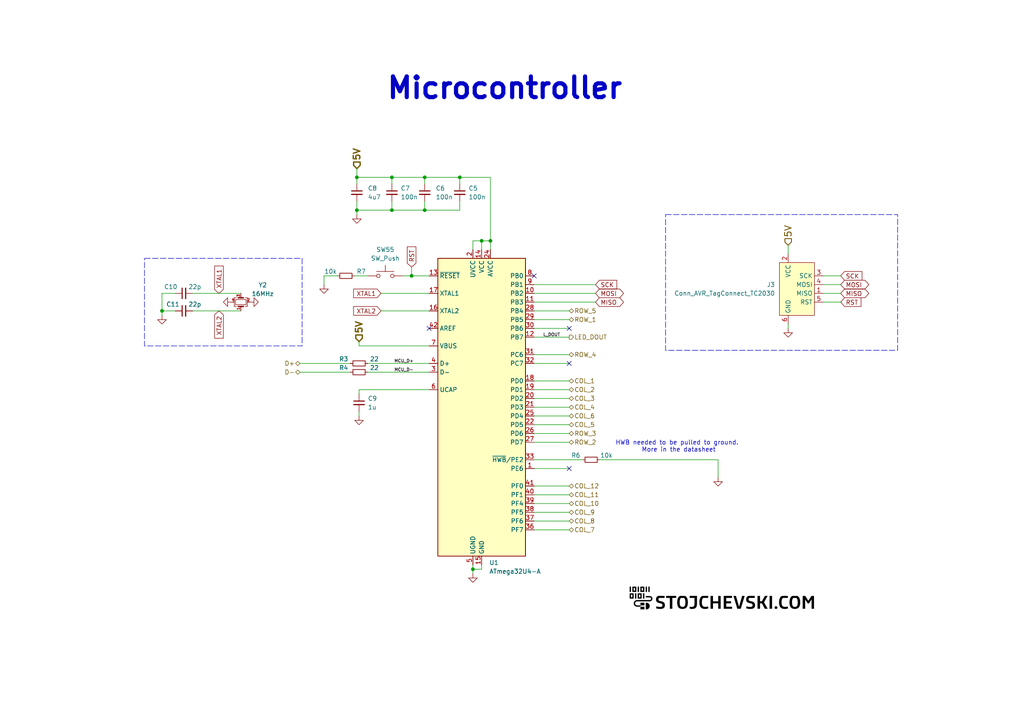
<source format=kicad_sch>
(kicad_sch (version 20231120) (generator "eeschema") (generator_version "8.0")
  (paper "A4")
  (title_block (title "phnx") (date "2024-03-14") (rev "A"))
  (lib_symbols
    (symbol "Conn_AVR_TagConnect_TC2030:Conn_AVR_TagConnect_TC2030"
      (property "Reference" "J" (at 0 0 0))
      (property "Value" "Conn_AVR_TagConnect_TC2030" (at 0 0 0))
      (symbol "Conn_AVR_TagConnect_TC2030_0_1"
        (rectangle (start -5.08 -1.27) (end 5.08 -16.51) (fill (type background)))
      )
      (symbol "Conn_AVR_TagConnect_TC2030_1_0"
        (pin bidirectional line (at 7.62 -10.16 180) (length 2.54) (name "MISO") (number "1"))
        (pin power_in line (at -2.54 1.27 270) (length 2.54) (name "VCC") (number "2"))
        (pin output line (at 7.62 -5.08 180) (length 2.54) (name "SCK") (number "3"))
        (pin bidirectional line (at 7.62 -7.62 180) (length 2.54) (name "MOSI") (number "4"))
        (pin open_collector line (at 7.62 -12.7 180) (length 2.54) (name "RST") (number "5"))
        (pin power_in line (at -2.54 -19.05 90) (length 2.54) (name "GND") (number "6"))
      )
    )
    (symbol "Device:C_Small" (pin_numbers hide) (pin_names (offset 0.254) hide)
      (property "Reference" "C" (at 0.254 1.778 0))
      (property "Value" "C_Small" (at 0.254 -2.032 0))
      (symbol "C_Small_0_1"
        (polyline (pts (xy -1.524 -0.508) (xy 1.524 -0.508)) (stroke (width 0.3302)))
        (polyline (pts (xy -1.524 0.508) (xy 1.524 0.508)) (stroke (width 0.3048)))
      )
      (symbol "C_Small_1_1"
        (pin passive line (at 0 2.54 270) (length 2.032) (name "~") (number "1"))
        (pin passive line (at 0 -2.54 90) (length 2.032) (name "~") (number "2"))
      )
    )
    (symbol "Device:Crystal_GND24_Small" (pin_names (offset 1.016) hide)
      (property "Reference" "Y" (at 1.27 4.445 0))
      (property "Value" "Crystal_GND24_Small" (at 1.27 2.54 0))
      (symbol "Crystal_GND24_Small_0_1"
        (rectangle (start -0.762 -1.524) (end 0.762 1.524))
        (polyline (pts (xy -1.27 -0.762) (xy -1.27 0.762)) (stroke (width 0.381)))
        (polyline (pts (xy 1.27 -0.762) (xy 1.27 0.762)) (stroke (width 0.381)))
        (polyline (pts (xy -1.27 -1.27) (xy -1.27 -1.905) (xy 1.27 -1.905) (xy 1.27 -1.27)))
        (polyline (pts (xy -1.27 1.27) (xy -1.27 1.905) (xy 1.27 1.905) (xy 1.27 1.27)))
      )
      (symbol "Crystal_GND24_Small_1_1"
        (pin passive line (at -2.54 0 0) (length 1.27) (name "1") (number "1"))
        (pin passive line (at 0 -2.54 90) (length 0.635) (name "2") (number "2"))
        (pin passive line (at 2.54 0 180) (length 1.27) (name "3") (number "3"))
        (pin passive line (at 0 2.54 270) (length 0.635) (name "4") (number "4"))
      )
    )
    (symbol "Device:R_Small" (pin_numbers hide) (pin_names (offset 0.254) hide)
      (property "Reference" "R" (at 0.762 0.508 0))
      (property "Value" "R_Small" (at 0.762 -1.016 0))
      (symbol "R_Small_0_1"
        (rectangle (start -0.762 1.778) (end 0.762 -1.778) (stroke (width 0.2032)))
      )
      (symbol "R_Small_1_1"
        (pin passive line (at 0 2.54 270) (length 0.762) (name "~") (number "1"))
        (pin passive line (at 0 -2.54 90) (length 0.762) (name "~") (number "2"))
      )
    )
    (symbol "MCU_Microchip_ATmega:ATmega32U4-A"
      (property "Reference" "U" (at -12.7 44.45 0))
      (property "Value" "ATmega32U4-A" (at 2.54 -44.45 0))
      (symbol "ATmega32U4-A_0_1"
        (rectangle (start -12.7 -43.18) (end 12.7 43.18) (stroke (width 0.254)) (fill (type background)))
      )
      (symbol "ATmega32U4-A_1_1"
        (pin bidirectional line (at 15.24 -17.78 180) (length 2.54) (name "PE6") (number "1"))
        (pin bidirectional line (at 15.24 33.02 180) (length 2.54) (name "PB2") (number "10"))
        (pin bidirectional line (at 15.24 30.48 180) (length 2.54) (name "PB3") (number "11"))
        (pin bidirectional line (at 15.24 20.32 180) (length 2.54) (name "PB7") (number "12"))
        (pin input line (at -15.24 38.1 0) (length 2.54) (name "~{RESET}") (number "13"))
        (pin power_in line (at 0 45.72 270) (length 2.54) (name "VCC") (number "14"))
        (pin power_in line (at 0 -45.72 90) (length 2.54) (name "GND") (number "15"))
        (pin output line (at -15.24 27.94 0) (length 2.54) (name "XTAL2") (number "16"))
        (pin input line (at -15.24 33.02 0) (length 2.54) (name "XTAL1") (number "17"))
        (pin bidirectional line (at 15.24 7.62 180) (length 2.54) (name "PD0") (number "18"))
        (pin bidirectional line (at 15.24 5.08 180) (length 2.54) (name "PD1") (number "19"))
        (pin power_in line (at -2.54 45.72 270) (length 2.54) (name "UVCC") (number "2"))
        (pin bidirectional line (at 15.24 2.54 180) (length 2.54) (name "PD2") (number "20"))
        (pin bidirectional line (at 15.24 0 180) (length 2.54) (name "PD3") (number "21"))
        (pin bidirectional line (at 15.24 -5.08 180) (length 2.54) (name "PD5") (number "22"))
        (pin passive line (at 0 -45.72 90) (length 2.54) hide (name "GND") (number "23"))
        (pin power_in line (at 2.54 45.72 270) (length 2.54) (name "AVCC") (number "24"))
        (pin bidirectional line (at 15.24 -2.54 180) (length 2.54) (name "PD4") (number "25"))
        (pin bidirectional line (at 15.24 -7.62 180) (length 2.54) (name "PD6") (number "26"))
        (pin bidirectional line (at 15.24 -10.16 180) (length 2.54) (name "PD7") (number "27"))
        (pin bidirectional line (at 15.24 27.94 180) (length 2.54) (name "PB4") (number "28"))
        (pin bidirectional line (at 15.24 25.4 180) (length 2.54) (name "PB5") (number "29"))
        (pin bidirectional line (at -15.24 10.16 0) (length 2.54) (name "D-") (number "3"))
        (pin bidirectional line (at 15.24 22.86 180) (length 2.54) (name "PB6") (number "30"))
        (pin bidirectional line (at 15.24 15.24 180) (length 2.54) (name "PC6") (number "31"))
        (pin bidirectional line (at 15.24 12.7 180) (length 2.54) (name "PC7") (number "32"))
        (pin bidirectional line (at 15.24 -15.24 180) (length 2.54) (name "~{HWB}/PE2") (number "33"))
        (pin passive line (at 0 45.72 270) (length 2.54) hide (name "VCC") (number "34"))
        (pin passive line (at 0 -45.72 90) (length 2.54) hide (name "GND") (number "35"))
        (pin bidirectional line (at 15.24 -35.56 180) (length 2.54) (name "PF7") (number "36"))
        (pin bidirectional line (at 15.24 -33.02 180) (length 2.54) (name "PF6") (number "37"))
        (pin bidirectional line (at 15.24 -30.48 180) (length 2.54) (name "PF5") (number "38"))
        (pin bidirectional line (at 15.24 -27.94 180) (length 2.54) (name "PF4") (number "39"))
        (pin bidirectional line (at -15.24 12.7 0) (length 2.54) (name "D+") (number "4"))
        (pin bidirectional line (at 15.24 -25.4 180) (length 2.54) (name "PF1") (number "40"))
        (pin bidirectional line (at 15.24 -22.86 180) (length 2.54) (name "PF0") (number "41"))
        (pin passive line (at -15.24 22.86 0) (length 2.54) (name "AREF") (number "42"))
        (pin passive line (at 0 -45.72 90) (length 2.54) hide (name "GND") (number "43"))
        (pin passive line (at 2.54 45.72 270) (length 2.54) hide (name "AVCC") (number "44"))
        (pin passive line (at -2.54 -45.72 90) (length 2.54) (name "UGND") (number "5"))
        (pin passive line (at -15.24 5.08 0) (length 2.54) (name "UCAP") (number "6"))
        (pin input line (at -15.24 17.78 0) (length 2.54) (name "VBUS") (number "7"))
        (pin bidirectional line (at 15.24 38.1 180) (length 2.54) (name "PB0") (number "8"))
        (pin bidirectional line (at 15.24 35.56 180) (length 2.54) (name "PB1") (number "9"))
      )
    )
    (symbol "Switch:SW_Push" (pin_numbers hide) (pin_names (offset 1.016) hide)
      (property "Reference" "SW" (at 1.27 2.54 0))
      (property "Value" "SW_Push" (at 0 -1.524 0))
      (symbol "SW_Push_0_1"
        (circle (center -2.032 0) (radius 0.508))
        (polyline (pts (xy 0 1.27) (xy 0 3.048)))
        (polyline (pts (xy 2.54 1.27) (xy -2.54 1.27)))
        (circle (center 2.032 0) (radius 0.508))
        (pin passive line (at -5.08 0 0) (length 2.54) (name "1") (number "1"))
        (pin passive line (at 5.08 0 180) (length 2.54) (name "2") (number "2"))
      )
    )
    (symbol "power:GND" (power) (pin_names (offset 0))
      (property "Value" "GND" (at 0 -3.81 0))
      (symbol "GND_0_1"
        (polyline (pts (xy 0 0) (xy 0 -1.27) (xy 1.27 -1.27) (xy 0 -2.54) (xy -1.27 -1.27) (xy 0 -1.27)))
      )
      (symbol "GND_1_1"
        (pin power_in line (at 0 0 270) (length 0) hide (name "GND") (number "1"))
      )
    )
  )
  (junction (at 113.665 60.96))
  (junction (at 123.19 51.435))
  (junction (at 123.19 60.96))
  (junction (at 133.35 51.435))
  (junction (at 139.7 69.85))
  (junction (at 119.38 80.01))
  (junction (at 142.24 69.85))
  (junction (at 46.99 90.17))
  (junction (at 113.665 51.435))
  (junction (at 137.16 165.1))
  (junction (at 103.505 51.435))
  (junction (at 103.505 60.96))
  (no_connect (at 165.1 95.25))
  (no_connect (at 165.1 135.89))
  (no_connect (at 165.1 105.41))
  (no_connect (at 124.46 95.25))
  (no_connect (at 154.94 80.01))
  (wire (pts (xy 139.7 69.85) (xy 139.7 72.39)))
  (wire (pts (xy 238.76 80.01) (xy 243.84 80.01)))
  (wire (pts (xy 103.505 62.23) (xy 103.505 60.96)))
  (wire (pts (xy 123.19 51.435) (xy 133.35 51.435)))
  (wire (pts (xy 137.16 165.1) (xy 139.7 165.1)))
  (wire (pts (xy 165.1 135.89) (xy 154.94 135.89)))
  (wire (pts (xy 46.99 85.09) (xy 46.99 90.17)))
  (wire (pts (xy 154.94 113.03) (xy 165.1 113.03)))
  (wire (pts (xy 142.24 51.435) (xy 142.24 69.85)))
  (wire (pts (xy 154.94 123.19) (xy 165.1 123.19)))
  (wire (pts (xy 104.14 113.03) (xy 104.14 114.3)))
  (wire (pts (xy 154.94 148.59) (xy 165.1 148.59)))
  (wire (pts (xy 104.14 99.06) (xy 104.14 100.33)))
  (wire (pts (xy 113.665 51.435) (xy 113.665 53.34)))
  (wire (pts (xy 154.94 151.13) (xy 165.1 151.13)))
  (wire (pts (xy 154.94 140.97) (xy 165.1 140.97)))
  (wire (pts (xy 142.24 69.85) (xy 142.24 72.39)))
  (wire (pts (xy 172.72 87.63) (xy 154.94 87.63)))
  (wire (pts (xy 103.505 58.42) (xy 103.505 60.96)))
  (wire (pts (xy 106.68 107.95) (xy 124.46 107.95)))
  (wire (pts (xy 50.8 90.17) (xy 46.99 90.17)))
  (wire (pts (xy 154.94 97.79) (xy 165.1 97.79)))
  (wire (pts (xy 133.35 60.96) (xy 123.19 60.96)))
  (wire (pts (xy 46.99 90.17) (xy 46.99 91.44)))
  (wire (pts (xy 104.14 100.33) (xy 124.46 100.33)))
  (wire (pts (xy 113.665 60.96) (xy 103.505 60.96)))
  (wire (pts (xy 154.94 90.17) (xy 165.1 90.17)))
  (wire (pts (xy 154.94 110.49) (xy 165.1 110.49)))
  (wire (pts (xy 238.76 87.63) (xy 243.84 87.63)))
  (wire (pts (xy 113.665 51.435) (xy 123.19 51.435)))
  (wire (pts (xy 154.94 146.05) (xy 165.1 146.05)))
  (wire (pts (xy 123.19 58.42) (xy 123.19 60.96)))
  (wire (pts (xy 133.35 51.435) (xy 142.24 51.435)))
  (wire (pts (xy 104.14 113.03) (xy 124.46 113.03)))
  (wire (pts (xy 55.88 85.09) (xy 69.85 85.09)))
  (wire (pts (xy 173.99 133.35) (xy 208.28 133.35)))
  (wire (pts (xy 154.94 153.67) (xy 165.1 153.67)))
  (wire (pts (xy 55.88 90.17) (xy 69.85 90.17)))
  (wire (pts (xy 110.49 90.17) (xy 124.46 90.17)))
  (wire (pts (xy 50.8 85.09) (xy 46.99 85.09)))
  (wire (pts (xy 137.16 69.85) (xy 137.16 72.39)))
  (wire (pts (xy 139.7 69.85) (xy 142.24 69.85)))
  (wire (pts (xy 154.94 102.87) (xy 165.1 102.87)))
  (wire (pts (xy 154.94 125.73) (xy 165.1 125.73)))
  (wire (pts (xy 133.35 58.42) (xy 133.35 60.96)))
  (wire (pts (xy 172.72 82.55) (xy 154.94 82.55)))
  (wire (pts (xy 123.19 51.435) (xy 123.19 53.34)))
  (wire (pts (xy 154.94 143.51) (xy 165.1 143.51)))
  (wire (pts (xy 154.94 115.57) (xy 165.1 115.57)))
  (wire (pts (xy 86.995 107.95) (xy 101.6 107.95)))
  (wire (pts (xy 137.16 165.1) (xy 137.16 166.37)))
  (wire (pts (xy 208.28 133.35) (xy 208.28 138.43)))
  (wire (pts (xy 113.665 60.96) (xy 123.19 60.96)))
  (wire (pts (xy 137.16 69.85) (xy 139.7 69.85)))
  (wire (pts (xy 154.94 133.35) (xy 168.91 133.35)))
  (wire (pts (xy 154.94 118.11) (xy 165.1 118.11)))
  (wire (pts (xy 113.665 58.42) (xy 113.665 60.96)))
  (wire (pts (xy 106.68 80.01) (xy 102.87 80.01)))
  (wire (pts (xy 139.7 165.1) (xy 139.7 163.83)))
  (wire (pts (xy 104.14 119.38) (xy 104.14 120.65)))
  (wire (pts (xy 103.505 51.435) (xy 113.665 51.435)))
  (wire (pts (xy 86.995 105.41) (xy 101.6 105.41)))
  (wire (pts (xy 110.49 85.09) (xy 124.46 85.09)))
  (wire (pts (xy 133.35 51.435) (xy 133.35 53.34)))
  (wire (pts (xy 106.68 105.41) (xy 124.46 105.41)))
  (wire (pts (xy 137.16 163.83) (xy 137.16 165.1)))
  (wire (pts (xy 154.94 105.41) (xy 165.1 105.41)))
  (wire (pts (xy 238.76 85.09) (xy 243.84 85.09)))
  (wire (pts (xy 238.76 82.55) (xy 243.84 82.55)))
  (wire (pts (xy 97.79 80.01) (xy 93.98 80.01)))
  (wire (pts (xy 93.98 80.01) (xy 93.98 82.55)))
  (wire (pts (xy 119.38 77.47) (xy 119.38 80.01)))
  (wire (pts (xy 116.84 80.01) (xy 119.38 80.01)))
  (wire (pts (xy 119.38 80.01) (xy 124.46 80.01)))
  (wire (pts (xy 103.505 51.435) (xy 103.505 53.34)))
  (wire (pts (xy 154.94 128.27) (xy 165.1 128.27)))
  (wire (pts (xy 228.6 71.12) (xy 228.6 73.66)))
  (wire (pts (xy 154.94 95.25) (xy 165.1 95.25)))
  (wire (pts (xy 154.94 120.65) (xy 165.1 120.65)))
  (wire (pts (xy 103.505 48.895) (xy 103.505 51.435)))
  (wire (pts (xy 154.94 92.71) (xy 165.1 92.71)))
  (wire (pts (xy 154.94 85.09) (xy 172.72 85.09)))
  (wire (pts (xy 228.6 93.98) (xy 228.6 95.25)))
  (rectangle (start 193.04 62.23) (end 260.35 101.6) (stroke (width 0) (type dash)))
  (rectangle (start 41.91 74.93) (end 87.63 100.33) (stroke (width 0) (type dash)))
  (image (at 209.55 173.99) (scale 0.132712))
  (text "Microcontroller" (at 111.76 29.21 0) (effects (font (size 6 6) (thickness 1.2) (bold yes)) (justify left bottom)))
  (text "HWB needed to be pulled to ground. \nMore in the datasheet" (at 196.85 129.54 0) (effects (font (size 1.27 1.27))))
  (label "L_DOUT" (at 157.48 97.79 0) (effects (font (size 0.889 0.889))))
  (label "MCU_D-" (at 114.3 107.95 0) (effects (font (size 0.889 0.889))))
  (label "MCU_D+" (at 114.3 105.41 0) (effects (font (size 0.889 0.889))))
  (global_label "XTAL2" (shape input) (at 110.49 90.17 180) (property "Intersheetrefs" "${INTERSHEET_REFS}" (effects (hide yes))))
  (global_label "MOSI" (shape bidirectional) (at 243.84 82.55 0) (property "Intersheetrefs" "${INTERSHEET_REFS}" (effects (hide yes))))
  (global_label "MOSI" (shape bidirectional) (at 172.72 85.09 0) (property "Intersheetrefs" "${INTERSHEET_REFS}" (effects (hide yes))))
  (global_label "MISO" (shape bidirectional) (at 243.84 85.09 0) (property "Intersheetrefs" "${INTERSHEET_REFS}" (effects (hide yes))))
  (global_label "RST" (shape input) (at 119.38 77.47 90) (property "Intersheetrefs" "${INTERSHEET_REFS}" (effects (hide yes))))
  (global_label "XTAL1" (shape input) (at 110.49 85.09 180) (property "Intersheetrefs" "${INTERSHEET_REFS}" (effects (hide yes))))
  (global_label "RST" (shape input) (at 243.84 87.63 0) (property "Intersheetrefs" "${INTERSHEET_REFS}" (effects (hide yes))))
  (global_label "SCK" (shape input) (at 172.72 82.55 0) (property "Intersheetrefs" "${INTERSHEET_REFS}" (effects (hide yes))))
  (global_label "SCK" (shape input) (at 243.84 80.01 0) (property "Intersheetrefs" "${INTERSHEET_REFS}" (effects (hide yes))))
  (global_label "MISO" (shape bidirectional) (at 172.72 87.63 0) (property "Intersheetrefs" "${INTERSHEET_REFS}" (effects (hide yes))))
  (global_label "XTAL2" (shape input) (at 63.5 90.17 270) (property "Intersheetrefs" "${INTERSHEET_REFS}" (effects (hide yes))))
  (global_label "XTAL1" (shape input) (at 63.5 85.09 90) (property "Intersheetrefs" "${INTERSHEET_REFS}" (effects (hide yes))))
  (hierarchical_label "ROW_3" (shape bidirectional) (at 165.1 125.73 0))
  (hierarchical_label "ROW_1" (shape bidirectional) (at 165.1 92.71 0))
  (hierarchical_label "ROW_4" (shape bidirectional) (at 165.1 102.87 0))
  (hierarchical_label "COL_8" (shape bidirectional) (at 165.1 151.13 0))
  (hierarchical_label "COL_5" (shape bidirectional) (at 165.1 123.19 0))
  (hierarchical_label "D-" (shape bidirectional) (at 86.995 107.95 180))
  (hierarchical_label "ROW_2" (shape bidirectional) (at 165.1 128.27 0))
  (hierarchical_label "D+" (shape bidirectional) (at 86.995 105.41 180))
  (hierarchical_label "COL_12" (shape bidirectional) (at 165.1 140.97 0))
  (hierarchical_label "5V" (shape input) (at 103.505 48.895 90) (effects (font (size 1.905 1.905) (bold yes))))
  (hierarchical_label "5V" (shape input) (at 104.14 99.06 90) (effects (font (size 1.905 1.905) (bold yes))))
  (hierarchical_label "COL_2" (shape bidirectional) (at 165.1 113.03 0))
  (hierarchical_label "ROW_5" (shape bidirectional) (at 165.1 90.17 0))
  (hierarchical_label "COL_1" (shape bidirectional) (at 165.1 110.49 0))
  (hierarchical_label "COL_11" (shape bidirectional) (at 165.1 143.51 0))
  (hierarchical_label "COL_3" (shape bidirectional) (at 165.1 115.57 0))
  (hierarchical_label "COL_6" (shape bidirectional) (at 165.1 120.65 0))
  (hierarchical_label "LED_DOUT" (shape output) (at 165.1 97.79 0))
  (hierarchical_label "COL_7" (shape bidirectional) (at 165.1 153.67 0))
  (hierarchical_label "COL_4" (shape bidirectional) (at 165.1 118.11 0))
  (hierarchical_label "COL_9" (shape bidirectional) (at 165.1 148.59 0))
  (hierarchical_label "5V" (shape input) (at 228.6 71.12 90) (effects (font (size 1.905 1.905) (thickness 0.254) (bold yes))))
  (hierarchical_label "COL_10" (shape bidirectional) (at 165.1 146.05 0))
  (symbol (lib_id "power:GND") (at 208.28 138.43 0) (unit 1)
    (property "Reference" "#PWR09" (effects (hide yes)))
    (property "Value" "GND" (effects (hide yes)))
  )
  (symbol (lib_id "Switch:SW_Push") (at 111.76 80.01 0) (mirror y) (unit 1)
    (property "Reference" "SW55" (at 111.76 72.39 0))
    (property "Value" "SW_Push" (at 111.76 74.93 0))
    (property "Footprint" "Button_Switch_SMD:SW_Push_SPST_NO_Alps_SKRK" (effects (hide yes)))
    (property "Description" "Push button switch, generic, two pins" (effects (hide yes)))
  )
  (symbol (lib_id "power:GND") (at 67.31 87.63 270) (unit 1)
    (property "Reference" "#PWR012" (effects (hide yes)))
    (property "Value" "GND" (effects (hide yes)))
  )
  (symbol (lib_id "Device:R_Small") (at 104.14 107.95 90) (unit 1)
    (property "Reference" "R4" (at 99.695 106.68 90))
    (property "Value" "22" (at 108.585 106.68 90))
    (property "Footprint" "Resistor_SMD:R_0603_1608Metric" (effects (hide yes)))
  )
  (symbol (lib_id "power:GND") (at 104.14 120.65 0) (unit 1)
    (property "Reference" "#PWR015" (effects (hide yes)))
    (property "Value" "GND" (effects (hide yes)))
  )
  (symbol (lib_id "power:GND") (at 137.16 166.37 0) (unit 1)
    (property "Reference" "#PWR016" (effects (hide yes)))
    (property "Value" "GND" (effects (hide yes)))
  )
  (symbol (lib_id "Device:C_Small") (at 113.665 55.88 0) (unit 1)
    (property "Reference" "C7" (at 116.205 54.6163 0) (effects (justify left)))
    (property "Value" "100n" (at 116.205 57.1563 0) (effects (justify left)))
    (property "Footprint" "Capacitor_SMD:C_0603_1608Metric" (effects (hide yes)))
  )
  (symbol (lib_id "Device:C_Small") (at 123.19 55.88 0) (unit 1)
    (property "Reference" "C6" (at 126.365 54.6163 0) (effects (justify left)))
    (property "Value" "100n" (at 126.365 57.1563 0) (effects (justify left)))
    (property "Footprint" "Capacitor_SMD:C_0603_1608Metric" (effects (hide yes)))
  )
  (symbol (lib_id "Device:C_Small") (at 53.34 85.09 90) (unit 1)
    (property "Reference" "C10" (at 49.53 83.185 90))
    (property "Value" "22p" (at 56.515 83.185 90))
    (property "Footprint" "Capacitor_SMD:C_0603_1608Metric" (effects (hide yes)))
  )
  (symbol (lib_id "power:GND") (at 72.39 87.63 90) (unit 1)
    (property "Reference" "#PWR017" (effects (hide yes)))
    (property "Value" "GND" (effects (hide yes)))
  )
  (symbol (lib_id "Device:R_Small") (at 104.14 105.41 90) (unit 1)
    (property "Reference" "R3" (at 99.695 104.14 90))
    (property "Value" "22" (at 108.585 104.14 90))
    (property "Footprint" "Resistor_SMD:R_0603_1608Metric" (effects (hide yes)))
  )
  (symbol (lib_id "power:GND") (at 46.99 91.44 0) (unit 1)
    (property "Reference" "#PWR010" (effects (hide yes)))
    (property "Value" "GND" (effects (hide yes)))
  )
  (symbol (lib_id "MCU_Microchip_ATmega:ATmega32U4-A") (at 139.7 118.11 0) (unit 1)
    (property "Reference" "U1" (at 141.8941 163.195 0) (effects (justify left)))
    (property "Value" "ATmega32U4-A" (at 141.8941 165.735 0) (effects (justify left)))
    (property "Footprint" "Package_QFP:TQFP-44_10x10mm_P0.8mm" (effects (hide yes)))
    (property "Datasheet" "http://ww1.microchip.com/downloads/en/DeviceDoc/Atmel-7766-8-bit-AVR-ATmega16U4-32U4_Datasheet.pdf" (effects (hide yes)))
  )
  (symbol (lib_id "power:GND") (at 228.6 95.25 0) (unit 1)
    (property "Reference" "#PWR014" (effects (hide yes)))
    (property "Value" "GND" (effects (hide yes)))
  )
  (symbol (lib_id "Device:Crystal_GND24_Small") (at 69.85 87.63 90) (unit 1)
    (property "Reference" "Y2" (at 76.2 82.6768 90))
    (property "Value" "16MHz" (at 76.2 85.2168 90))
    (property "Footprint" "Crystal:Crystal_SMD_3225-4Pin_3.2x2.5mm" (effects (hide yes)))
    (property "Description" "Four pin crystal, GND on pins 2 and 4, small symbol" (effects (hide yes)))
  )
  (symbol (lib_id "Device:C_Small") (at 53.34 90.17 90) (unit 1)
    (property "Reference" "C11" (at 50.165 88.265 90))
    (property "Value" "22p" (at 56.515 88.265 90))
    (property "Footprint" "Capacitor_SMD:C_0603_1608Metric" (effects (hide yes)))
  )
  (symbol (lib_id "Device:R_Small") (at 100.33 80.01 270) (mirror x) (unit 1)
    (property "Reference" "R7" (at 104.775 78.74 90))
    (property "Value" "10k" (at 95.885 78.74 90))
    (property "Footprint" "Resistor_SMD:R_0603_1608Metric" (effects (hide yes)))
  )
  (symbol (lib_id "Device:R_Small") (at 171.45 133.35 90) (unit 1)
    (property "Reference" "R6" (at 167.005 132.08 90))
    (property "Value" "10k" (at 175.895 132.08 90))
    (property "Footprint" "Resistor_SMD:R_0603_1608Metric" (effects (hide yes)))
  )
  (symbol (lib_id "power:GND") (at 93.98 82.55 0) (unit 1)
    (property "Reference" "#PWR05" (effects (hide yes)))
    (property "Value" "GND" (effects (hide yes)))
  )
  (symbol (lib_id "power:GND") (at 103.505 62.23 0) (unit 1)
    (property "Reference" "#PWR013" (effects (hide yes)))
    (property "Value" "GND" (effects (hide yes)))
  )
  (symbol (lib_id "Device:C_Small") (at 104.14 116.84 0) (unit 1)
    (property "Reference" "C9" (at 106.68 115.5763 0) (effects (justify left)))
    (property "Value" "1u" (at 106.68 118.1163 0) (effects (justify left)))
    (property "Footprint" "Capacitor_SMD:C_0805_2012Metric" (effects (hide yes)))
  )
  (symbol (lib_id "Device:C_Small") (at 103.505 55.88 0) (unit 1)
    (property "Reference" "C8" (at 106.68 54.6163 0) (effects (justify left)))
    (property "Value" "4u7" (at 106.68 57.1563 0) (effects (justify left)))
    (property "Footprint" "Capacitor_SMD:C_0805_2012Metric" (effects (hide yes)))
  )
  (symbol (lib_id "Conn_AVR_TagConnect_TC2030:Conn_AVR_TagConnect_TC2030") (at 231.14 74.93 0) (unit 1)
    (property "Reference" "J3" (at 224.79 82.5499 0) (effects (justify right)))
    (property "Value" "Conn_AVR_TagConnect_TC2030" (at 224.79 85.0899 0) (effects (justify right)))
    (property "Footprint" "Connector:Tag-Connect_TC2030-IDC-NL_2x03_P1.27mm_Vertical" (effects (hide yes)))
  )
  (symbol (lib_id "Device:C_Small") (at 133.35 55.88 0) (unit 1)
    (property "Reference" "C5" (at 135.89 54.6163 0) (effects (justify left)))
    (property "Value" "100n" (at 135.89 57.1563 0) (effects (justify left)))
    (property "Footprint" "Capacitor_SMD:C_0603_1608Metric" (effects (hide yes)))
  )
)
</source>
